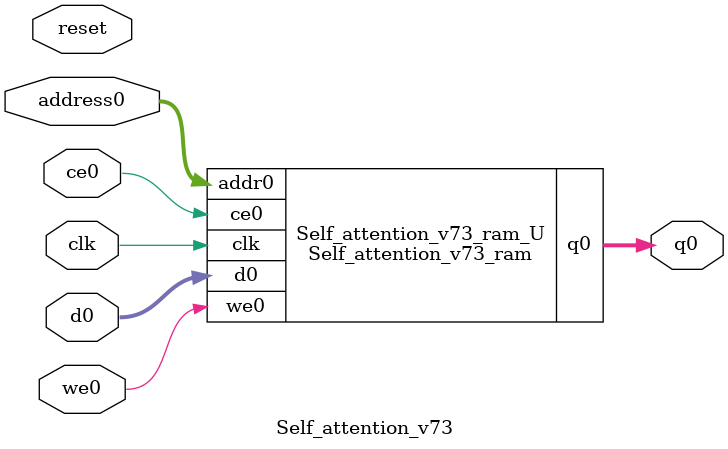
<source format=v>
`timescale 1 ns / 1 ps
module Self_attention_v73_ram (addr0, ce0, d0, we0, q0,  clk);

parameter DWIDTH = 32;
parameter AWIDTH = 14;
parameter MEM_SIZE = 9216;

input[AWIDTH-1:0] addr0;
input ce0;
input[DWIDTH-1:0] d0;
input we0;
output reg[DWIDTH-1:0] q0;
input clk;

(* ram_style = "block" *)reg [DWIDTH-1:0] ram[0:MEM_SIZE-1];




always @(posedge clk)  
begin 
    if (ce0) begin
        if (we0) 
            ram[addr0] <= d0; 
        q0 <= ram[addr0];
    end
end


endmodule

`timescale 1 ns / 1 ps
module Self_attention_v73(
    reset,
    clk,
    address0,
    ce0,
    we0,
    d0,
    q0);

parameter DataWidth = 32'd32;
parameter AddressRange = 32'd9216;
parameter AddressWidth = 32'd14;
input reset;
input clk;
input[AddressWidth - 1:0] address0;
input ce0;
input we0;
input[DataWidth - 1:0] d0;
output[DataWidth - 1:0] q0;



Self_attention_v73_ram Self_attention_v73_ram_U(
    .clk( clk ),
    .addr0( address0 ),
    .ce0( ce0 ),
    .we0( we0 ),
    .d0( d0 ),
    .q0( q0 ));

endmodule


</source>
